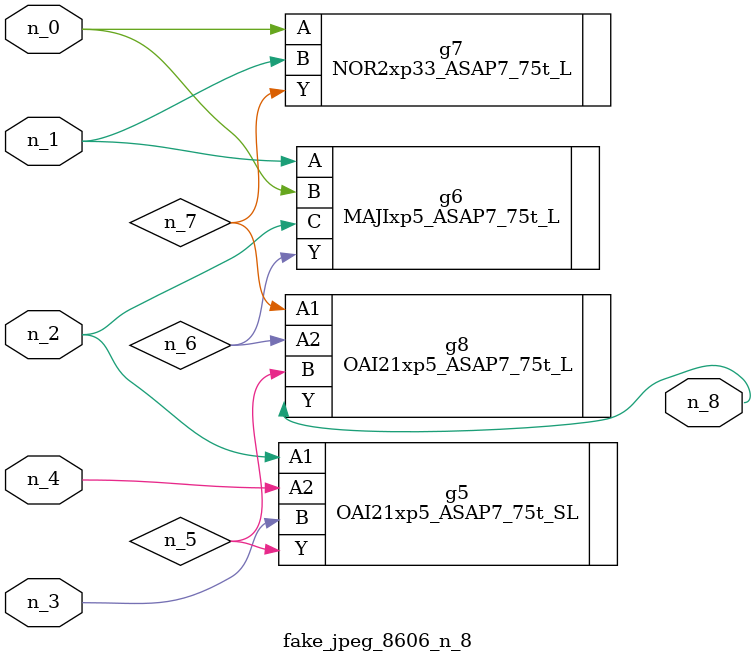
<source format=v>
module fake_jpeg_8606_n_8 (n_3, n_2, n_1, n_0, n_4, n_8);

input n_3;
input n_2;
input n_1;
input n_0;
input n_4;

output n_8;

wire n_6;
wire n_5;
wire n_7;

OAI21xp5_ASAP7_75t_SL g5 ( 
.A1(n_2),
.A2(n_4),
.B(n_3),
.Y(n_5)
);

MAJIxp5_ASAP7_75t_L g6 ( 
.A(n_1),
.B(n_0),
.C(n_2),
.Y(n_6)
);

NOR2xp33_ASAP7_75t_L g7 ( 
.A(n_0),
.B(n_1),
.Y(n_7)
);

OAI21xp5_ASAP7_75t_L g8 ( 
.A1(n_7),
.A2(n_6),
.B(n_5),
.Y(n_8)
);


endmodule
</source>
